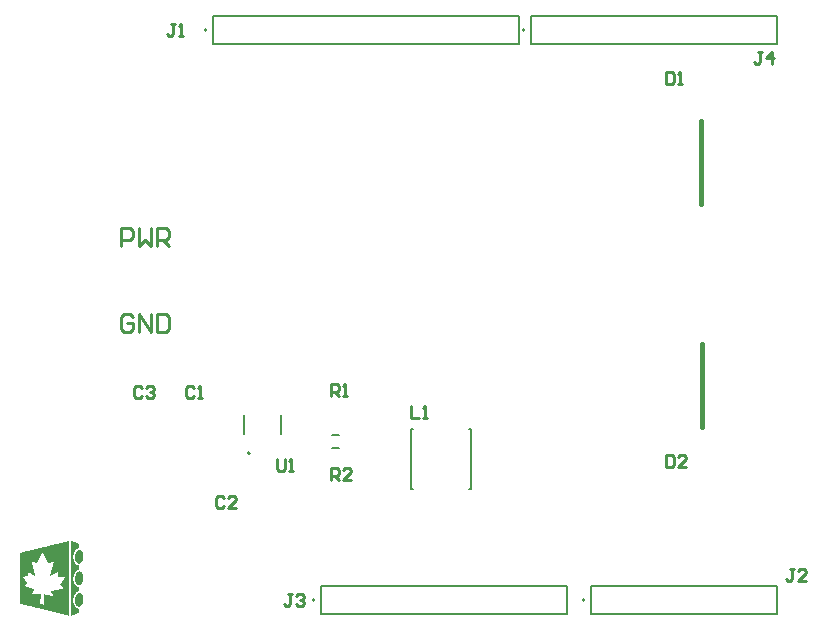
<source format=gbr>
G04*
G04 #@! TF.GenerationSoftware,Altium Limited,Altium Designer,23.0.1 (38)*
G04*
G04 Layer_Color=65535*
%FSLAX44Y44*%
%MOMM*%
G71*
G04*
G04 #@! TF.SameCoordinates,64DEC9DB-233E-40C6-88A2-80678BC6FC1E*
G04*
G04*
G04 #@! TF.FilePolarity,Positive*
G04*
G01*
G75*
%ADD10C,0.2000*%
%ADD11C,0.1270*%
%ADD12C,0.4000*%
%ADD13C,0.2540*%
G36*
X64922Y69537D02*
X65177D01*
Y69409D01*
X65433D01*
Y69282D01*
X65688D01*
Y69154D01*
X65815D01*
Y69026D01*
X65943D01*
Y68899D01*
X66070D01*
Y68771D01*
X66198D01*
Y68644D01*
X66325D01*
Y68389D01*
X66453D01*
Y68261D01*
X66580D01*
Y68006D01*
X66708D01*
Y67751D01*
X66835D01*
Y67496D01*
X66963D01*
Y67113D01*
X67091D01*
Y66731D01*
X67218D01*
Y66093D01*
X67346D01*
Y64818D01*
X67473D01*
Y63670D01*
X67346D01*
Y62522D01*
X67218D01*
Y61884D01*
X67091D01*
Y61374D01*
X66963D01*
Y60991D01*
X66835D01*
Y60609D01*
X66708D01*
Y60354D01*
X66580D01*
Y60099D01*
X66453D01*
Y59844D01*
X66325D01*
Y59588D01*
X66198D01*
Y59461D01*
X66070D01*
Y59206D01*
X65943D01*
Y59078D01*
X65815D01*
Y58951D01*
X65688D01*
Y58823D01*
X65560D01*
Y58696D01*
X65433D01*
Y58568D01*
X65305D01*
Y58440D01*
X65177D01*
Y58313D01*
X65050D01*
Y58186D01*
X64795D01*
Y58058D01*
X64540D01*
Y57930D01*
X64030D01*
Y57803D01*
X63392D01*
Y57930D01*
X62882D01*
Y58058D01*
X62627D01*
Y58186D01*
X62499D01*
Y58313D01*
X62372D01*
Y58440D01*
X62116D01*
Y58568D01*
X61989D01*
Y58696D01*
X61861D01*
Y58951D01*
X61734D01*
Y59078D01*
X61606D01*
Y59206D01*
X61479D01*
Y59461D01*
X61351D01*
Y59716D01*
X61224D01*
Y59971D01*
X61096D01*
Y60226D01*
X60969D01*
Y60609D01*
X60841D01*
Y60991D01*
X60714D01*
Y61501D01*
X60586D01*
Y62394D01*
X60458D01*
Y64307D01*
X60586D01*
Y65073D01*
X60714D01*
Y65710D01*
X60841D01*
Y66220D01*
X60969D01*
Y66476D01*
X61096D01*
Y66858D01*
X61224D01*
Y67113D01*
X61351D01*
Y67368D01*
X61479D01*
Y67624D01*
X61606D01*
Y67878D01*
X61734D01*
Y68006D01*
X61861D01*
Y68261D01*
X61989D01*
Y68389D01*
X62116D01*
Y68516D01*
X62244D01*
Y68644D01*
X62372D01*
Y68771D01*
X62499D01*
Y68899D01*
X62627D01*
Y69026D01*
X62754D01*
Y69154D01*
X62882D01*
Y69282D01*
X63137D01*
Y69409D01*
X63392D01*
Y69537D01*
X63647D01*
Y69664D01*
X64922D01*
Y69537D01*
D02*
G37*
G36*
X64795Y51298D02*
X65177D01*
Y51171D01*
X65433D01*
Y51043D01*
X65560D01*
Y50916D01*
X65815D01*
Y50788D01*
X65943D01*
Y50661D01*
X66070D01*
Y50533D01*
X66198D01*
Y50278D01*
X66325D01*
Y50150D01*
X66453D01*
Y49895D01*
X66580D01*
Y49768D01*
X66708D01*
Y49513D01*
X66835D01*
Y49258D01*
X66963D01*
Y48875D01*
X67091D01*
Y48365D01*
X67218D01*
Y47727D01*
X67346D01*
Y46579D01*
X67473D01*
Y45431D01*
X67346D01*
Y44284D01*
X67218D01*
Y43646D01*
X67091D01*
Y43136D01*
X66963D01*
Y42753D01*
X66835D01*
Y42371D01*
X66708D01*
Y42115D01*
X66580D01*
Y41860D01*
X66453D01*
Y41605D01*
X66325D01*
Y41350D01*
X66198D01*
Y41223D01*
X66070D01*
Y40967D01*
X65943D01*
Y40840D01*
X65815D01*
Y40712D01*
X65688D01*
Y40457D01*
X65560D01*
Y40330D01*
X65305D01*
Y40202D01*
X65177D01*
Y40075D01*
X65050D01*
Y39947D01*
X64795D01*
Y39820D01*
X64540D01*
Y39692D01*
X64157D01*
Y39565D01*
X63264D01*
Y39692D01*
X62882D01*
Y39820D01*
X62627D01*
Y39947D01*
X62499D01*
Y40075D01*
X62244D01*
Y40202D01*
X62116D01*
Y40330D01*
X61989D01*
Y40457D01*
X61861D01*
Y40585D01*
X61734D01*
Y40840D01*
X61606D01*
Y40967D01*
X61479D01*
Y41223D01*
X61351D01*
Y41478D01*
X61224D01*
Y41733D01*
X61096D01*
Y41988D01*
X60969D01*
Y42371D01*
X60841D01*
Y42753D01*
X60714D01*
Y43263D01*
X60586D01*
Y44156D01*
X60458D01*
Y45942D01*
X60586D01*
Y46834D01*
X60714D01*
Y47472D01*
X60841D01*
Y47855D01*
X60969D01*
Y48237D01*
X61096D01*
Y48620D01*
X61224D01*
Y48875D01*
X61351D01*
Y49130D01*
X61479D01*
Y49385D01*
X61606D01*
Y49513D01*
X61734D01*
Y49768D01*
X61861D01*
Y49895D01*
X61989D01*
Y50150D01*
X62116D01*
Y50278D01*
X62244D01*
Y50406D01*
X62372D01*
Y50533D01*
X62499D01*
Y50661D01*
X62627D01*
Y50788D01*
X62754D01*
Y50916D01*
X63009D01*
Y51043D01*
X63137D01*
Y51171D01*
X63392D01*
Y51298D01*
X63774D01*
Y51426D01*
X64795D01*
Y51298D01*
D02*
G37*
G36*
X64667Y33060D02*
X65050D01*
Y32933D01*
X65305D01*
Y32805D01*
X65560D01*
Y32677D01*
X65688D01*
Y32550D01*
X65815D01*
Y32422D01*
X65943D01*
Y32295D01*
X66070D01*
Y32167D01*
X66198D01*
Y32040D01*
X66325D01*
Y31785D01*
X66453D01*
Y31657D01*
X66580D01*
Y31402D01*
X66708D01*
Y31147D01*
X66835D01*
Y30764D01*
X66963D01*
Y30382D01*
X67091D01*
Y29999D01*
X67218D01*
Y29361D01*
X67346D01*
Y28214D01*
X67473D01*
Y27193D01*
X67346D01*
Y26045D01*
X67218D01*
Y25408D01*
X67091D01*
Y24897D01*
X66963D01*
Y24515D01*
X66835D01*
Y24132D01*
X66708D01*
Y23877D01*
X66580D01*
Y23622D01*
X66453D01*
Y23367D01*
X66325D01*
Y23112D01*
X66198D01*
Y22857D01*
X66070D01*
Y22729D01*
X65943D01*
Y22602D01*
X65815D01*
Y22347D01*
X65688D01*
Y22219D01*
X65560D01*
Y22092D01*
X65433D01*
Y21964D01*
X65305D01*
Y21837D01*
X65050D01*
Y21709D01*
X64922D01*
Y21581D01*
X64667D01*
Y21454D01*
X64285D01*
Y21326D01*
X63137D01*
Y21454D01*
X62754D01*
Y21581D01*
X62627D01*
Y21709D01*
X62372D01*
Y21837D01*
X62244D01*
Y21964D01*
X62116D01*
Y22092D01*
X61989D01*
Y22219D01*
X61861D01*
Y22347D01*
X61734D01*
Y22602D01*
X61606D01*
Y22729D01*
X61479D01*
Y22984D01*
X61351D01*
Y23112D01*
X61224D01*
Y23367D01*
X61096D01*
Y23750D01*
X60969D01*
Y24005D01*
X60841D01*
Y24515D01*
X60714D01*
Y24897D01*
Y25025D01*
X60586D01*
Y25790D01*
X60458D01*
Y27703D01*
X60586D01*
Y28596D01*
X60714D01*
Y29106D01*
X60841D01*
Y29616D01*
X60969D01*
Y29999D01*
X61096D01*
Y30254D01*
X61224D01*
Y30637D01*
X61351D01*
Y30892D01*
X61479D01*
Y31147D01*
X61606D01*
Y31274D01*
X61734D01*
Y31530D01*
X61861D01*
Y31657D01*
X61989D01*
Y31785D01*
X62116D01*
Y32040D01*
X62244D01*
Y32167D01*
X62372D01*
Y32295D01*
X62499D01*
Y32422D01*
X62627D01*
Y32550D01*
X62882D01*
Y32677D01*
X63009D01*
Y32805D01*
X63264D01*
Y32933D01*
X63519D01*
Y33060D01*
X63902D01*
Y33187D01*
X64667D01*
Y33060D01*
D02*
G37*
G36*
X55357Y13929D02*
X55229D01*
Y14057D01*
X54719D01*
Y14184D01*
X54209D01*
Y14312D01*
X53699D01*
Y14439D01*
X53061D01*
Y14567D01*
X52551D01*
Y14694D01*
X52041D01*
Y14822D01*
X51531D01*
Y14949D01*
X51020D01*
Y15077D01*
X50510D01*
Y15204D01*
X50000D01*
Y15332D01*
X49490D01*
Y15459D01*
X48980D01*
Y15587D01*
X48342D01*
Y15714D01*
X47832D01*
Y15842D01*
X47322D01*
Y15970D01*
X46812D01*
Y16097D01*
X46301D01*
Y16225D01*
X45791D01*
Y16352D01*
X45281D01*
Y16480D01*
X44644D01*
Y16607D01*
X44133D01*
Y16735D01*
X43623D01*
Y16862D01*
X43113D01*
Y16990D01*
X42603D01*
Y17117D01*
X42093D01*
Y17245D01*
X41582D01*
Y17372D01*
X40945D01*
Y17500D01*
X40435D01*
Y17628D01*
X39924D01*
Y17755D01*
X39414D01*
Y17883D01*
X38904D01*
Y18010D01*
X38394D01*
Y18138D01*
X37884D01*
Y18265D01*
X37374D01*
Y18393D01*
X36864D01*
Y18520D01*
X36353D01*
Y18648D01*
X35716D01*
Y18776D01*
X35206D01*
Y18903D01*
X34695D01*
Y19030D01*
X34185D01*
Y19158D01*
X33675D01*
Y19286D01*
X33165D01*
Y19413D01*
X32655D01*
Y19541D01*
X32144D01*
Y19668D01*
X31507D01*
Y19796D01*
X30997D01*
Y19923D01*
X30487D01*
Y20051D01*
X29976D01*
Y20178D01*
X29466D01*
Y20306D01*
X28956D01*
Y20433D01*
X28446D01*
Y20561D01*
X27936D01*
Y20689D01*
X27425D01*
Y20816D01*
X26915D01*
Y20944D01*
X26278D01*
Y21071D01*
X25768D01*
Y21199D01*
X25257D01*
Y21326D01*
X24747D01*
Y21454D01*
X24237D01*
Y21581D01*
X23727D01*
Y21709D01*
X23217D01*
Y21837D01*
X22579D01*
Y21964D01*
X22069D01*
Y22092D01*
X21559D01*
Y22219D01*
X21049D01*
Y22347D01*
X20538D01*
Y22474D01*
X20028D01*
Y22602D01*
X19518D01*
Y22729D01*
X19008D01*
Y22857D01*
X18498D01*
Y22984D01*
X17988D01*
Y23112D01*
X17350D01*
Y23239D01*
X16840D01*
Y23367D01*
X16329D01*
Y23495D01*
X15819D01*
Y23622D01*
X15309D01*
Y23750D01*
X14799D01*
Y23877D01*
X14289D01*
Y24005D01*
X13779D01*
Y24132D01*
X13651D01*
Y66986D01*
X13779D01*
Y67113D01*
X14289D01*
Y67241D01*
X14799D01*
Y67368D01*
X15309D01*
Y67496D01*
X15819D01*
Y67624D01*
X16457D01*
Y67751D01*
X16967D01*
Y67878D01*
X17477D01*
Y68006D01*
X17988D01*
Y68134D01*
X18498D01*
Y68261D01*
X19008D01*
Y68389D01*
X19518D01*
Y68516D01*
X20028D01*
Y68644D01*
X20538D01*
Y68771D01*
X21049D01*
Y68899D01*
X21686D01*
Y69026D01*
X22196D01*
Y69154D01*
X22706D01*
Y69282D01*
X23217D01*
Y69409D01*
X23727D01*
Y69537D01*
X24237D01*
Y69664D01*
X24747D01*
Y69792D01*
X25257D01*
Y69919D01*
X25768D01*
Y70047D01*
X26405D01*
Y70174D01*
X26915D01*
Y70302D01*
X27425D01*
Y70429D01*
X27936D01*
Y70557D01*
X28446D01*
Y70684D01*
X28956D01*
Y70812D01*
X29466D01*
Y70939D01*
X29976D01*
Y71067D01*
X30614D01*
Y71195D01*
X31124D01*
Y71322D01*
X31634D01*
Y71450D01*
X32144D01*
Y71577D01*
X32655D01*
Y71705D01*
X33165D01*
Y71832D01*
X33675D01*
Y71960D01*
X34185D01*
Y72087D01*
X34695D01*
Y72215D01*
X35333D01*
Y72343D01*
X35843D01*
Y72470D01*
X36353D01*
Y72597D01*
X36864D01*
Y72725D01*
X37374D01*
Y72853D01*
X37884D01*
Y72980D01*
X38394D01*
Y73108D01*
X38904D01*
Y73235D01*
X39542D01*
Y73363D01*
X40052D01*
Y73490D01*
X40562D01*
Y73618D01*
X41072D01*
Y73745D01*
X41582D01*
Y73873D01*
X42093D01*
Y74001D01*
X42603D01*
Y74128D01*
X43113D01*
Y74256D01*
X43751D01*
Y74383D01*
X44261D01*
Y74511D01*
X44771D01*
Y74638D01*
X45281D01*
Y74766D01*
X45791D01*
Y74893D01*
X46301D01*
Y75021D01*
X46812D01*
Y75148D01*
X47322D01*
Y75276D01*
X47832D01*
Y75403D01*
X48470D01*
Y75531D01*
X48980D01*
Y75658D01*
X49490D01*
Y75786D01*
X50000D01*
Y75914D01*
X50510D01*
Y76041D01*
X51020D01*
Y76169D01*
X51531D01*
Y76296D01*
X52041D01*
Y76424D01*
X52678D01*
Y76551D01*
X53189D01*
Y76679D01*
X53699D01*
Y76806D01*
X54209D01*
Y76934D01*
X54719D01*
Y77061D01*
X55229D01*
Y77189D01*
X55357D01*
Y13929D01*
D02*
G37*
G36*
X57270Y77316D02*
X57525D01*
Y77189D01*
X57908D01*
Y77061D01*
X58163D01*
Y76934D01*
X58545D01*
Y76806D01*
X58800D01*
Y76679D01*
X59056D01*
Y76551D01*
X59438D01*
Y76424D01*
X59693D01*
Y76296D01*
X60076D01*
Y76169D01*
X60331D01*
Y76041D01*
X60586D01*
Y75914D01*
X60969D01*
Y75786D01*
X61224D01*
Y75658D01*
X61479D01*
Y75531D01*
X61861D01*
Y75403D01*
X62116D01*
Y75276D01*
X62372D01*
Y75148D01*
X62754D01*
Y75021D01*
X63009D01*
Y74893D01*
X63392D01*
Y74766D01*
X63647D01*
Y74638D01*
X64030D01*
Y71067D01*
X63647D01*
Y70939D01*
X63137D01*
Y70812D01*
X62754D01*
Y70684D01*
X62499D01*
Y70557D01*
X62372D01*
Y70429D01*
X62116D01*
Y70302D01*
X61989D01*
Y70174D01*
X61861D01*
Y70047D01*
X61734D01*
Y69919D01*
X61606D01*
Y69792D01*
X61479D01*
Y69664D01*
X61351D01*
Y69537D01*
X61224D01*
Y69409D01*
X61096D01*
Y69282D01*
X60969D01*
Y69154D01*
X60841D01*
Y69026D01*
X60714D01*
Y68771D01*
X60586D01*
Y68516D01*
X60458D01*
Y68389D01*
X60331D01*
Y68134D01*
X60203D01*
Y67878D01*
X60076D01*
Y67624D01*
X59948D01*
Y67368D01*
X59821D01*
Y66986D01*
X59693D01*
Y66603D01*
X59566D01*
Y66220D01*
X59438D01*
Y65710D01*
X59311D01*
Y65073D01*
X59183D01*
Y63925D01*
X59056D01*
Y62649D01*
X59183D01*
Y61629D01*
X59311D01*
Y60991D01*
X59438D01*
Y60481D01*
X59566D01*
Y60099D01*
X59693D01*
Y59716D01*
X59821D01*
Y59461D01*
X59948D01*
Y59206D01*
X60076D01*
Y58951D01*
X60203D01*
Y58696D01*
X60331D01*
Y58568D01*
X60458D01*
Y58313D01*
X60586D01*
Y58186D01*
X60714D01*
Y57930D01*
X60841D01*
Y57803D01*
X60969D01*
Y57675D01*
X61096D01*
Y57548D01*
X61224D01*
Y57420D01*
X61351D01*
Y57293D01*
X61606D01*
Y57165D01*
X61734D01*
Y57038D01*
X61861D01*
Y56910D01*
X62116D01*
Y56782D01*
X62372D01*
Y56655D01*
X62754D01*
Y56527D01*
X63647D01*
Y56400D01*
X63774D01*
Y56527D01*
X64030D01*
Y52829D01*
X63774D01*
Y52701D01*
X63264D01*
Y52574D01*
X62882D01*
Y52446D01*
X62627D01*
Y52319D01*
X62372D01*
Y52191D01*
X62244D01*
Y52063D01*
X61989D01*
Y51936D01*
X61861D01*
Y51809D01*
X61734D01*
Y51681D01*
X61606D01*
Y51553D01*
X61479D01*
Y51426D01*
X61351D01*
Y51298D01*
X61224D01*
Y51171D01*
X61096D01*
Y51043D01*
X60969D01*
Y50916D01*
X60841D01*
Y50661D01*
X60714D01*
Y50533D01*
X60586D01*
Y50278D01*
X60458D01*
Y50150D01*
X60331D01*
Y49895D01*
X60203D01*
Y49640D01*
X60076D01*
Y49385D01*
X59948D01*
Y49002D01*
X59821D01*
Y48748D01*
X59693D01*
Y48365D01*
X59566D01*
Y47982D01*
X59438D01*
Y47472D01*
X59311D01*
Y46834D01*
X59183D01*
Y45686D01*
X59056D01*
Y44411D01*
X59183D01*
Y43263D01*
X59311D01*
Y42625D01*
X59438D01*
Y42243D01*
X59566D01*
Y41860D01*
X59693D01*
Y41478D01*
X59821D01*
Y41223D01*
X59948D01*
Y40967D01*
X60076D01*
Y40712D01*
X60203D01*
Y40457D01*
X60331D01*
Y40202D01*
X60458D01*
Y40075D01*
X60586D01*
Y39820D01*
X60714D01*
Y39692D01*
X60841D01*
Y39565D01*
X60969D01*
Y39437D01*
X61096D01*
Y39309D01*
X61224D01*
Y39182D01*
X61351D01*
Y39054D01*
X61479D01*
Y38927D01*
X61734D01*
Y38799D01*
X61861D01*
Y38672D01*
X62116D01*
Y38544D01*
X62372D01*
Y38417D01*
X62627D01*
Y38289D01*
X63264D01*
Y38162D01*
X64030D01*
Y34463D01*
X63264D01*
Y34335D01*
X63009D01*
Y34208D01*
X62627D01*
Y34080D01*
X62372D01*
Y33953D01*
X62244D01*
Y33825D01*
X62116D01*
Y33698D01*
X61861D01*
Y33570D01*
X61734D01*
Y33443D01*
X61606D01*
Y33315D01*
X61479D01*
Y33187D01*
X61351D01*
Y33060D01*
X61224D01*
Y32933D01*
X61096D01*
Y32805D01*
X60969D01*
Y32550D01*
X60841D01*
Y32422D01*
X60714D01*
Y32295D01*
X60586D01*
Y32040D01*
X60458D01*
Y31785D01*
X60331D01*
Y31657D01*
X60203D01*
Y31402D01*
X60076D01*
Y31147D01*
X59948D01*
Y30764D01*
X59821D01*
Y30509D01*
X59693D01*
Y30127D01*
X59566D01*
Y29744D01*
X59438D01*
Y29234D01*
X59311D01*
Y28596D01*
X59183D01*
Y27448D01*
X59056D01*
Y26173D01*
X59183D01*
Y25025D01*
X59311D01*
Y24387D01*
X59438D01*
Y24005D01*
X59566D01*
Y23495D01*
X59693D01*
Y23239D01*
X59821D01*
Y22984D01*
X59948D01*
Y22602D01*
X60076D01*
Y22474D01*
X60203D01*
Y22219D01*
X60331D01*
Y21964D01*
X60458D01*
Y21837D01*
X60586D01*
Y21581D01*
X60714D01*
Y21454D01*
X60841D01*
Y21326D01*
X60969D01*
Y21199D01*
X61096D01*
Y21071D01*
X61224D01*
Y20944D01*
X61351D01*
Y20816D01*
X61479D01*
Y20689D01*
X61606D01*
Y20561D01*
X61861D01*
Y20433D01*
X61989D01*
Y20306D01*
X62244D01*
Y20178D01*
X62627D01*
Y20051D01*
X63009D01*
Y19923D01*
X64030D01*
Y16352D01*
X63647D01*
Y16225D01*
X63392D01*
Y16097D01*
X63009D01*
Y15970D01*
X62754D01*
Y15842D01*
X62372D01*
Y15714D01*
X62116D01*
Y15587D01*
X61734D01*
Y15459D01*
X61351D01*
Y15332D01*
X61096D01*
Y15204D01*
X60714D01*
Y15077D01*
X60458D01*
Y14949D01*
X60076D01*
Y14822D01*
X59821D01*
Y14694D01*
X59438D01*
Y14567D01*
X59056D01*
Y14439D01*
X58800D01*
Y14312D01*
X58418D01*
Y14184D01*
X58163D01*
Y14057D01*
X57780D01*
Y13929D01*
X57397D01*
Y13801D01*
X57142D01*
Y13674D01*
X57015D01*
Y77444D01*
X57270D01*
Y77316D01*
D02*
G37*
%LPC*%
G36*
X33292Y67751D02*
X33165D01*
Y67624D01*
X33037D01*
Y67368D01*
X32910D01*
Y67113D01*
X32782D01*
Y66858D01*
X32655D01*
Y66603D01*
X32527D01*
Y66348D01*
X32400D01*
Y66220D01*
X32272D01*
Y65965D01*
X32144D01*
Y65710D01*
X32017D01*
Y65455D01*
X31889D01*
Y65200D01*
X31762D01*
Y64945D01*
X31634D01*
Y64690D01*
X31507D01*
Y64435D01*
X31379D01*
Y64307D01*
X31252D01*
Y64052D01*
X31124D01*
Y63797D01*
X30997D01*
Y63542D01*
X30869D01*
Y63287D01*
X30742D01*
Y63032D01*
X30614D01*
Y62777D01*
X30487D01*
Y62522D01*
X30359D01*
Y62394D01*
X30231D01*
Y62139D01*
X30104D01*
Y61884D01*
X29976D01*
Y61629D01*
X29849D01*
Y61374D01*
X29721D01*
Y61119D01*
X29594D01*
Y60864D01*
X29466D01*
Y60736D01*
X29339D01*
Y60481D01*
X29211D01*
Y60226D01*
X29083D01*
Y59971D01*
X28956D01*
Y59716D01*
X28828D01*
Y59461D01*
X28701D01*
Y59206D01*
X28573D01*
Y58951D01*
X28446D01*
Y58823D01*
X28318D01*
Y58568D01*
X28191D01*
Y58440D01*
X27936D01*
Y58568D01*
X27425D01*
Y58696D01*
X27043D01*
Y58823D01*
X26533D01*
Y58951D01*
X26023D01*
Y59078D01*
X25640D01*
Y59206D01*
X25130D01*
Y59333D01*
X24747D01*
Y59461D01*
X24237D01*
Y59588D01*
X23727D01*
Y59206D01*
X23854D01*
Y58823D01*
X23982D01*
Y58313D01*
X24109D01*
Y57803D01*
X24237D01*
Y57420D01*
X24365D01*
Y56910D01*
X24492D01*
Y56400D01*
X24620D01*
Y56017D01*
X24747D01*
Y55507D01*
X24875D01*
Y54997D01*
X25002D01*
Y54614D01*
X25130D01*
Y54104D01*
X25257D01*
Y53594D01*
X25385D01*
Y53211D01*
X25512D01*
Y52701D01*
X25640D01*
Y52191D01*
X25768D01*
Y51809D01*
X25895D01*
Y51298D01*
X26023D01*
Y50788D01*
X26150D01*
Y50406D01*
X26278D01*
Y49895D01*
X26405D01*
Y49385D01*
X26533D01*
Y49002D01*
X26660D01*
Y48492D01*
X26788D01*
Y48110D01*
X26915D01*
Y47600D01*
X27043D01*
Y47217D01*
X26915D01*
Y47344D01*
X26660D01*
Y47472D01*
X26533D01*
Y47600D01*
X26278D01*
Y47727D01*
X26150D01*
Y47855D01*
X25895D01*
Y47982D01*
X25640D01*
Y48110D01*
X25512D01*
Y48237D01*
X25257D01*
Y48365D01*
X25130D01*
Y48492D01*
X24875D01*
Y48620D01*
X24747D01*
Y48748D01*
X24492D01*
Y48875D01*
X24365D01*
Y49002D01*
X24109D01*
Y49130D01*
X23982D01*
Y49258D01*
X23727D01*
Y49385D01*
X23472D01*
Y49513D01*
X23344D01*
Y49640D01*
X23089D01*
Y49768D01*
X22962D01*
Y49895D01*
X22706D01*
Y50023D01*
X22579D01*
Y50150D01*
X22324D01*
Y50278D01*
X22196D01*
Y50406D01*
X21941D01*
Y50533D01*
X21814D01*
Y50661D01*
X21559D01*
Y50788D01*
X21304D01*
Y50916D01*
X21176D01*
Y49895D01*
X21049D01*
Y47344D01*
X20411D01*
Y47217D01*
X19390D01*
Y47089D01*
X18243D01*
Y46962D01*
X17095D01*
Y46834D01*
X16457D01*
Y46707D01*
X16585D01*
Y46579D01*
X16712D01*
Y46324D01*
X16840D01*
Y46197D01*
X16967D01*
Y45942D01*
X17095D01*
Y45814D01*
X17222D01*
Y45559D01*
X17350D01*
Y45304D01*
X17477D01*
Y45176D01*
X17605D01*
Y44921D01*
X17732D01*
Y44794D01*
X17860D01*
Y44539D01*
X17988D01*
Y44284D01*
X18115D01*
Y44156D01*
X18243D01*
Y43901D01*
X18370D01*
Y43773D01*
X18498D01*
Y43518D01*
X18625D01*
Y43263D01*
X18753D01*
Y43136D01*
X18880D01*
Y42881D01*
X19008D01*
Y42753D01*
X19135D01*
Y42498D01*
X19263D01*
Y42371D01*
X19390D01*
Y42115D01*
X19518D01*
Y41860D01*
X19646D01*
Y41733D01*
X19773D01*
Y41478D01*
X19901D01*
Y41350D01*
X19773D01*
Y41223D01*
X19646D01*
Y41095D01*
X19518D01*
Y40967D01*
X19390D01*
Y40840D01*
X19263D01*
Y40712D01*
X19135D01*
Y40585D01*
X19008D01*
Y40457D01*
X18880D01*
Y40330D01*
X18753D01*
Y40202D01*
X18625D01*
Y40075D01*
X18498D01*
Y39947D01*
X18370D01*
Y39692D01*
X18243D01*
Y39565D01*
X18115D01*
Y39437D01*
X17988D01*
Y39309D01*
X17860D01*
Y39182D01*
X17732D01*
Y39054D01*
X17605D01*
Y38927D01*
X17732D01*
Y38799D01*
X18115D01*
Y38672D01*
X18625D01*
Y38544D01*
X19008D01*
Y38417D01*
X19518D01*
Y38289D01*
X19901D01*
Y38162D01*
X20283D01*
Y38034D01*
X20793D01*
Y37906D01*
X21176D01*
Y37779D01*
X21686D01*
Y37652D01*
X22069D01*
Y37524D01*
X22451D01*
Y37396D01*
X22962D01*
Y37269D01*
X23344D01*
Y37141D01*
X23854D01*
Y37014D01*
X24237D01*
Y36886D01*
X24620D01*
Y36759D01*
X25130D01*
Y36631D01*
X25512D01*
Y36504D01*
X25895D01*
Y36376D01*
X26150D01*
Y36121D01*
X26023D01*
Y35738D01*
X25895D01*
Y35483D01*
X25768D01*
Y35228D01*
X25640D01*
Y34973D01*
X25512D01*
Y34718D01*
X25385D01*
Y34463D01*
X25257D01*
Y34208D01*
X25130D01*
Y33825D01*
X25002D01*
Y33570D01*
X24875D01*
Y33315D01*
X24747D01*
Y33060D01*
X24620D01*
Y32805D01*
X24492D01*
Y32550D01*
X24365D01*
Y32295D01*
X25895D01*
Y32167D01*
X31762D01*
Y31402D01*
X31634D01*
Y30254D01*
X31507D01*
Y29106D01*
X31379D01*
Y27831D01*
X31252D01*
Y26683D01*
X31124D01*
Y25535D01*
X30997D01*
Y24260D01*
X30869D01*
Y23877D01*
X31507D01*
Y23750D01*
X32272D01*
Y23622D01*
X32910D01*
Y23495D01*
X33675D01*
Y23367D01*
X34313D01*
Y25152D01*
X34185D01*
Y27448D01*
X34058D01*
Y29744D01*
X33930D01*
Y32040D01*
X34058D01*
Y31912D01*
X34695D01*
Y31785D01*
X35333D01*
Y31657D01*
X36098D01*
Y31530D01*
X36736D01*
Y31402D01*
X37501D01*
Y31274D01*
X38139D01*
Y31147D01*
X38904D01*
Y31019D01*
X39542D01*
Y30892D01*
X40307D01*
Y30764D01*
X40945D01*
Y30637D01*
X41710D01*
Y30509D01*
X42093D01*
Y30637D01*
X41965D01*
Y30892D01*
X41838D01*
Y31147D01*
X41710D01*
Y31402D01*
X41582D01*
Y31657D01*
X41455D01*
Y31912D01*
X41327D01*
Y32167D01*
X41200D01*
Y32422D01*
X41072D01*
Y32677D01*
X40945D01*
Y32933D01*
X40817D01*
Y33187D01*
X40690D01*
Y33443D01*
X40562D01*
Y33698D01*
X40435D01*
Y33953D01*
X40307D01*
Y34208D01*
X40180D01*
Y34463D01*
X40052D01*
Y34718D01*
X40307D01*
Y34846D01*
X41072D01*
Y34973D01*
X41710D01*
Y35101D01*
X42348D01*
Y35228D01*
X42985D01*
Y35356D01*
X43751D01*
Y35483D01*
X44388D01*
Y35611D01*
X45026D01*
Y35738D01*
X45664D01*
Y35866D01*
X46301D01*
Y35993D01*
X47067D01*
Y36121D01*
X47704D01*
Y36249D01*
X48342D01*
Y36376D01*
X48980D01*
Y36504D01*
X49745D01*
Y36631D01*
X50383D01*
Y36759D01*
X50765D01*
Y36886D01*
X50638D01*
Y37141D01*
X50510D01*
Y37269D01*
X50383D01*
Y37396D01*
X50255D01*
Y37524D01*
X50128D01*
Y37652D01*
X50000D01*
Y37779D01*
X49873D01*
Y37906D01*
X49745D01*
Y38034D01*
X49618D01*
Y38162D01*
X49490D01*
Y38289D01*
X49363D01*
Y38417D01*
X49235D01*
Y38544D01*
X49107D01*
Y38672D01*
X48980D01*
Y38799D01*
X48852D01*
Y38927D01*
X48725D01*
Y39182D01*
X48597D01*
Y39309D01*
X48470D01*
Y39437D01*
X48342D01*
Y39565D01*
X48215D01*
Y39692D01*
X48087D01*
Y39820D01*
X47959D01*
Y39947D01*
X47832D01*
Y40330D01*
X47959D01*
Y40457D01*
X48087D01*
Y40585D01*
X48215D01*
Y40840D01*
X48342D01*
Y40967D01*
X48470D01*
Y41223D01*
X48597D01*
Y41350D01*
X48725D01*
Y41478D01*
X48852D01*
Y41733D01*
X48980D01*
Y41860D01*
X49107D01*
Y41988D01*
X49235D01*
Y42243D01*
X49363D01*
Y42371D01*
X49490D01*
Y42625D01*
X49618D01*
Y42753D01*
X49745D01*
Y42881D01*
X49873D01*
Y43136D01*
X50000D01*
Y43263D01*
X50128D01*
Y43518D01*
X50255D01*
Y43646D01*
X50383D01*
Y43773D01*
X50510D01*
Y44029D01*
X50638D01*
Y44156D01*
X50765D01*
Y44284D01*
X50893D01*
Y44539D01*
X51020D01*
Y44666D01*
X51148D01*
Y44921D01*
X51276D01*
Y45049D01*
X51403D01*
Y45176D01*
X51531D01*
Y45431D01*
X51658D01*
Y45559D01*
X51786D01*
Y45686D01*
X51913D01*
Y45942D01*
X52041D01*
Y46069D01*
X52168D01*
Y46324D01*
X51913D01*
Y46452D01*
X50383D01*
Y46579D01*
X48852D01*
Y46707D01*
X47194D01*
Y46834D01*
X45919D01*
Y48748D01*
X46046D01*
Y51043D01*
X45919D01*
Y50916D01*
X45791D01*
Y50788D01*
X45536D01*
Y50661D01*
X45281D01*
Y50533D01*
X45026D01*
Y50406D01*
X44899D01*
Y50278D01*
X44644D01*
Y50150D01*
X44388D01*
Y50023D01*
X44133D01*
Y49895D01*
X44006D01*
Y49768D01*
X43751D01*
Y49640D01*
X43496D01*
Y49513D01*
X43240D01*
Y49385D01*
X43113D01*
Y49258D01*
X42858D01*
Y49130D01*
X42603D01*
Y49002D01*
X42475D01*
Y48875D01*
X42220D01*
Y48748D01*
X41965D01*
Y48620D01*
X41710D01*
Y48492D01*
X41455D01*
Y48365D01*
X41327D01*
Y48237D01*
X41072D01*
Y48110D01*
X40817D01*
Y47982D01*
X40562D01*
Y47855D01*
X40435D01*
Y47727D01*
X40180D01*
Y47600D01*
X39924D01*
Y47472D01*
X39669D01*
Y47344D01*
X39542D01*
Y47217D01*
X39287D01*
Y47089D01*
X39032D01*
Y47344D01*
X39159D01*
Y47855D01*
X39287D01*
Y48237D01*
X39414D01*
Y48748D01*
X39542D01*
Y49130D01*
X39669D01*
Y49513D01*
X39797D01*
Y50023D01*
X39924D01*
Y50406D01*
X40052D01*
Y50916D01*
X40180D01*
Y51298D01*
X40307D01*
Y51809D01*
X40435D01*
Y52191D01*
X40562D01*
Y52701D01*
X40690D01*
Y53084D01*
X40817D01*
Y53594D01*
X40945D01*
Y53977D01*
X41072D01*
Y54487D01*
X41200D01*
Y54869D01*
X41327D01*
Y55252D01*
X41455D01*
Y55762D01*
X41582D01*
Y56145D01*
X41710D01*
Y56655D01*
X41838D01*
Y57038D01*
X41965D01*
Y57548D01*
X42093D01*
Y57930D01*
X42220D01*
Y58440D01*
X42348D01*
Y58823D01*
X42475D01*
Y59206D01*
X42603D01*
Y59716D01*
X42730D01*
Y59844D01*
X42475D01*
Y59716D01*
X42093D01*
Y59588D01*
X41710D01*
Y59461D01*
X41327D01*
Y59333D01*
X40945D01*
Y59206D01*
X40562D01*
Y59078D01*
X40180D01*
Y58951D01*
X39924D01*
Y58823D01*
X39542D01*
Y58696D01*
X39159D01*
Y58568D01*
X38777D01*
Y58440D01*
X38394D01*
Y58313D01*
X38011D01*
Y58186D01*
X37501D01*
Y58440D01*
X37374D01*
Y58696D01*
X37246D01*
Y59078D01*
X37119D01*
Y59333D01*
X36991D01*
Y59588D01*
X36864D01*
Y59844D01*
X36736D01*
Y60099D01*
X36608D01*
Y60481D01*
X36481D01*
Y60736D01*
X36353D01*
Y60991D01*
X36226D01*
Y61246D01*
X36098D01*
Y61629D01*
X35971D01*
Y61884D01*
X35843D01*
Y62139D01*
X35716D01*
Y62394D01*
X35588D01*
Y62777D01*
X35461D01*
Y63032D01*
X35333D01*
Y63287D01*
X35206D01*
Y63542D01*
X35078D01*
Y63925D01*
X34950D01*
Y64180D01*
X34823D01*
Y64435D01*
X34695D01*
Y64690D01*
X34568D01*
Y64945D01*
X34440D01*
Y65328D01*
X34313D01*
Y65583D01*
X34185D01*
Y65838D01*
X34058D01*
Y66093D01*
X33930D01*
Y66476D01*
X33802D01*
Y66731D01*
X33675D01*
Y66986D01*
X33547D01*
Y67241D01*
X33420D01*
Y67624D01*
X33292D01*
Y67751D01*
D02*
G37*
%LPD*%
D10*
X171878Y509778D02*
G03*
X171878Y509778I-1000J0D01*
G01*
X491918Y27178D02*
G03*
X491918Y27178I-1000J0D01*
G01*
X263318D02*
G03*
X263318Y27178I-1000J0D01*
G01*
X441118Y509778D02*
G03*
X441118Y509778I-1000J0D01*
G01*
X208605Y151404D02*
G03*
X208605Y151404I-1000J0D01*
G01*
X436128Y497728D02*
Y521828D01*
X177028D02*
X436128D01*
X177028Y497728D02*
Y521828D01*
Y497728D02*
X436128D01*
X654568Y15128D02*
Y39228D01*
X497068D02*
X654568D01*
X497068Y15128D02*
Y39228D01*
Y15128D02*
X654568D01*
X476768D02*
Y39228D01*
X268468D02*
X476768D01*
X268468Y15128D02*
Y39228D01*
Y15128D02*
X476768D01*
X654568Y497728D02*
Y521828D01*
X446268D02*
X654568D01*
X446268Y497728D02*
Y521828D01*
Y497728D02*
X654568D01*
X393828Y172058D02*
X395578D01*
X344578D02*
X346328D01*
X344578Y121058D02*
Y172058D01*
X393828Y121058D02*
X395578D01*
X344578D02*
X346328D01*
X395578D02*
Y172058D01*
D11*
X277691Y156164D02*
X283691D01*
X277691Y166464D02*
X283691D01*
X203955Y167404D02*
Y183404D01*
X235255Y167404D02*
Y183404D01*
D12*
X590664Y362764D02*
Y432764D01*
X590918Y174042D02*
Y244042D01*
D13*
X109471Y266696D02*
X106931Y269235D01*
X101853D01*
X99314Y266696D01*
Y256539D01*
X101853Y254000D01*
X106931D01*
X109471Y256539D01*
Y261618D01*
X104392D01*
X114549Y254000D02*
Y269235D01*
X124706Y254000D01*
Y269235D01*
X129784D02*
Y254000D01*
X137402D01*
X139941Y256539D01*
Y266696D01*
X137402Y269235D01*
X129784D01*
X99314Y326898D02*
Y342133D01*
X106931D01*
X109471Y339594D01*
Y334515D01*
X106931Y331976D01*
X99314D01*
X114549Y342133D02*
Y326898D01*
X119627Y331976D01*
X124706Y326898D01*
Y342133D01*
X129784Y326898D02*
Y342133D01*
X137402D01*
X139941Y339594D01*
Y334515D01*
X137402Y331976D01*
X129784D01*
X134862D02*
X139941Y326898D01*
X277032Y128780D02*
Y138936D01*
X282110D01*
X283803Y137244D01*
Y133858D01*
X282110Y132165D01*
X277032D01*
X280418D02*
X283803Y128780D01*
X293960D02*
X287189D01*
X293960Y135551D01*
Y137244D01*
X292267Y138936D01*
X288882D01*
X287189Y137244D01*
X231227Y146556D02*
Y138092D01*
X232920Y136400D01*
X236305D01*
X237998Y138092D01*
Y146556D01*
X241384Y136400D02*
X244769D01*
X243076D01*
Y146556D01*
X241384Y144864D01*
X277455Y199646D02*
Y209802D01*
X282533D01*
X284226Y208110D01*
Y204724D01*
X282533Y203031D01*
X277455D01*
X280840D02*
X284226Y199646D01*
X287612D02*
X290997D01*
X289304D01*
Y209802D01*
X287612Y208110D01*
X345186Y191767D02*
Y181610D01*
X351957D01*
X355343D02*
X358728D01*
X357035D01*
Y191767D01*
X355343Y190074D01*
X642451Y490980D02*
X639066D01*
X640758D01*
Y482516D01*
X639066Y480824D01*
X637373D01*
X635680Y482516D01*
X650915Y480824D02*
Y490980D01*
X645837Y485902D01*
X652608D01*
X243925Y32256D02*
X240540D01*
X242232D01*
Y23792D01*
X240540Y22100D01*
X238847D01*
X237154Y23792D01*
X247311Y30564D02*
X249004Y32256D01*
X252389D01*
X254082Y30564D01*
Y28871D01*
X252389Y27178D01*
X250696D01*
X252389D01*
X254082Y25485D01*
Y23792D01*
X252389Y22100D01*
X249004D01*
X247311Y23792D01*
X668867Y53846D02*
X665482D01*
X667174D01*
Y45382D01*
X665482Y43690D01*
X663789D01*
X662096Y45382D01*
X679024Y43690D02*
X672253D01*
X679024Y50461D01*
Y52154D01*
X677331Y53846D01*
X673946D01*
X672253Y52154D01*
X145542Y514602D02*
X142156D01*
X143849D01*
Y506138D01*
X142156Y504446D01*
X140464D01*
X138771Y506138D01*
X148928Y504446D02*
X152313D01*
X150620D01*
Y514602D01*
X148928Y512910D01*
X560750Y150112D02*
Y139956D01*
X565828D01*
X567521Y141648D01*
Y148420D01*
X565828Y150112D01*
X560750D01*
X577678Y139956D02*
X570907D01*
X577678Y146727D01*
Y148420D01*
X575985Y150112D01*
X572600D01*
X570907Y148420D01*
X560750Y474216D02*
Y464060D01*
X565828D01*
X567521Y465752D01*
Y472524D01*
X565828Y474216D01*
X560750D01*
X570907Y464060D02*
X574292D01*
X572600D01*
Y474216D01*
X570907Y472524D01*
X116925Y206332D02*
X115232Y208024D01*
X111847D01*
X110154Y206332D01*
Y199560D01*
X111847Y197868D01*
X115232D01*
X116925Y199560D01*
X120311Y206332D02*
X122004Y208024D01*
X125389D01*
X127082Y206332D01*
Y204639D01*
X125389Y202946D01*
X123696D01*
X125389D01*
X127082Y201253D01*
Y199560D01*
X125389Y197868D01*
X122004D01*
X120311Y199560D01*
X186267Y113368D02*
X184574Y115060D01*
X181189D01*
X179496Y113368D01*
Y106596D01*
X181189Y104904D01*
X184574D01*
X186267Y106596D01*
X196424Y104904D02*
X189653D01*
X196424Y111675D01*
Y113368D01*
X194731Y115060D01*
X191346D01*
X189653Y113368D01*
X161290Y206332D02*
X159597Y208024D01*
X156212D01*
X154519Y206332D01*
Y199560D01*
X156212Y197868D01*
X159597D01*
X161290Y199560D01*
X164676Y197868D02*
X168061D01*
X166368D01*
Y208024D01*
X164676Y206332D01*
M02*

</source>
